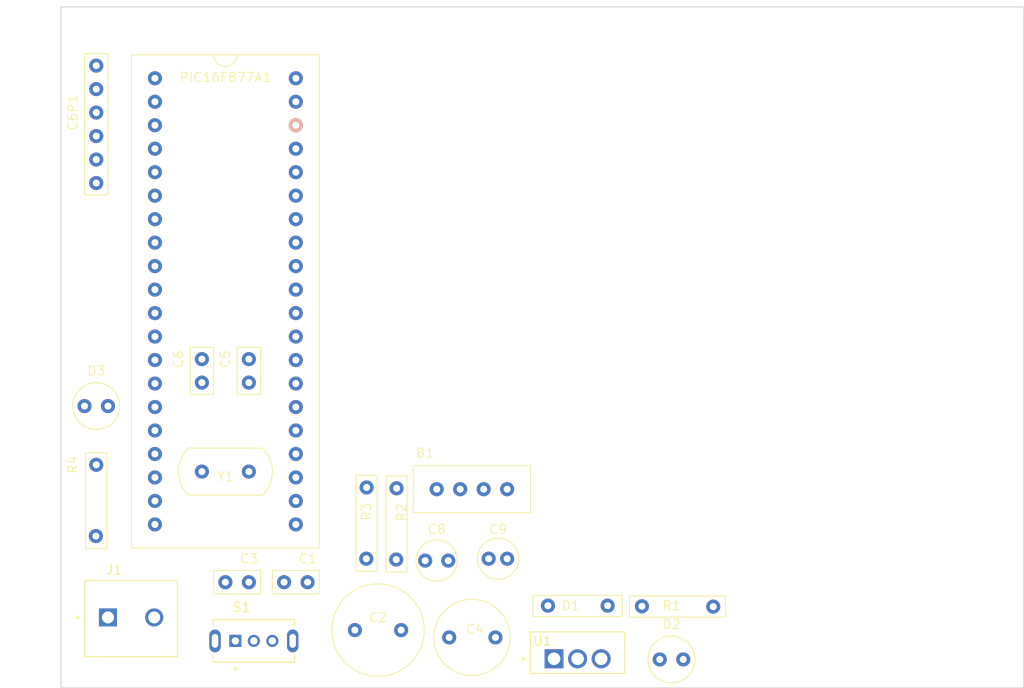
<source format=kicad_pcb>
(kicad_pcb (version 20240108) (generator "pcbnew") (generator_version "8.0")
  (layers (0 "F.Cu" signal) (31 "B.Cu" signal) (34 "B.Paste" user) (35 "F.Paste" user) (36 "B.SilkS" user "B.Silkscreen") (37 "F.SilkS" user "F.Silkscreen") (38 "B.Mask" user) (39 "F.Mask" user) (44 "Edge.Cuts" user))
  (net 0 "")
  (net 1 "GND1")
  (net 2 "Net-(B1-VIN)")
  (net 3 "GND2")
  (net 4 "+5P")
  (net 5 "+5V")
  (net 6 "Net-(D2-A)")
  (net 7 "Net-(J1-Pad2)")
  (net 9 "osc1")
  (net 10 "osc2")
  (net 11 "rst")
  (net 12 " pgd")
  (net 13 "pgc")
  (net 15 "Net-(D3-A)")
  (net 16 "ds_18b20")
  (net 26 "servo")
  (net 28 "scl")
  (net 30 "TEST_PIN")
  (net 33 "sda")
  (net 35 "tx")
  (net 36 "rx")
  (net 39 "relay_2")
  (net 40 "relay_1")
  (net 41 "btn_1")
  (net 42 "btn_2")
  (net 43 "btn_3")
  (net 44 "btn_4")
  (footprint "Library_Thuan_V2:LED_5MM" (layer "F.Cu") (at 80.01 73.66)
    (property "Reference" "D3" (at 0 6.35 0) (layer "F.SilkS") (effects (font (thickness 0.1))))
    (property "Value" "LED-TEST")
    (fp_circle (center 0 10.16) (end 2.54 10.16) (stroke (width 0.1)) (fill none) (layer "F.SilkS"))
    (pad "1" thru_hole circle (at -1.27 10.16) (size 1.524 1.524) (drill 0.762) (layers "*.Cu" "*.Mask") (net 1 "GND1"))
    (pad "2" thru_hole circle (at 1.27 10.16) (size 1.524 1.524) (drill 0.762) (layers "*.Cu" "*.Mask") (net 15 "Net-(D3-A)"))
  )
  (footprint "Library_Thuan_V2:CAP_2.2uF" (layer "F.Cu") (at 116.84 94.286967)
    (property "Reference" "C8" (at 0 2.866068 0) (layer "F.SilkS") (effects (font (thickness 0.1))))
    (property "Value" "2.2uF")
    (fp_circle (center 0 6.236067) (end 2 7.236067) (stroke (width 0.1)) (fill none) (layer "F.SilkS"))
    (pad "1" thru_hole circle (at -1.25 6.25) (size 1.524 1.524) (drill 0.762) (layers "*.Cu" "*.Mask") (net 2 "Net-(B1-VIN)"))
    (pad "2" thru_hole circle (at 1.25 6.25) (size 1.524 1.524) (drill 0.762) (layers "*.Cu" "*.Mask") (net 1 "GND1"))
  )
  (footprint "Library_Thuan_V2:CONNECT_6PIN" (layer "F.Cu") (at 69.85 52.07 90)
    (property "Reference" "C6P1" (at 0 7.62 90) (layer "F.SilkS") (effects (font (thickness 0.1))))
    (property "Value" "~")
    (fp_rect (start -8.89 8.89) (end 6.35 11.43) (stroke (width 0.1)) (fill none) (layer "F.SilkS"))
    (pad "1" thru_hole circle (at -7.62 10.16 90) (size 1.524 1.524) (drill 0.762) (layers "*.Cu" "*.Mask") (net 11 "rst"))
    (pad "2" thru_hole circle (at -5.08 10.16 90) (size 1.524 1.524) (drill 0.762) (layers "*.Cu" "*.Mask") (net 5 "+5V"))
    (pad "3" thru_hole circle (at -2.54 10.16 90) (size 1.524 1.524) (drill 0.762) (layers "*.Cu" "*.Mask") (net 1 "GND1"))
    (pad "4" thru_hole circle (at 0 10.16 90) (size 1.524 1.524) (drill 0.762) (layers "*.Cu" "*.Mask") (net 12 " pgd"))
    (pad "5" thru_hole circle (at 2.54 10.16 90) (size 1.524 1.524) (drill 0.762) (layers "*.Cu" "*.Mask") (net 13 "pgc"))
    (pad "6" thru_hole circle (at 5.08 10.16 90) (size 1.524 1.524) (drill 0.762) (layers "*.Cu" "*.Mask"))
  )
  (footprint "Library_Thuan_V2:crytal_20M" (layer "F.Cu") (at 93.98 84.555)
    (property "Reference" "Y1" (at 0 6.885 0) (layer "F.SilkS") (effects (font (thickness 0.1))))
    (property "Value" "Crystal 20M")
    (fp_line (start 4.027898 3.81) (end -4.027898 3.81) (stroke (width 0.1)) (layer "F.SilkS"))
    (fp_line (start 4.027898 8.89) (end -4.027898 8.89) (stroke (width 0.1)) (layer "F.SilkS"))
    (fp_arc (start -4.027898 8.89) (mid -5.08 6.35) (end -4.027898 3.81) (stroke (width 0.1)) (layer "F.SilkS"))
    (fp_arc (start 4.027898 3.81) (mid 5.08 6.35) (end 4.027898 8.89) (stroke (width 0.1)) (layer "F.SilkS"))
    (pad "1" thru_hole circle (at -2.54 6.35) (size 1.524 1.524) (drill 0.762) (layers "*.Cu" "*.Mask") (net 10 "osc2"))
    (pad "2" thru_hole circle (at 2.54 6.35) (size 1.524 1.524) (drill 0.762) (layers "*.Cu" "*.Mask") (net 9 "osc1"))
  )
  (footprint "Library_Thuan_V2:RES_DEFAULT" (layer "F.Cu") (at 141.5 98.015)
    (property "Reference" "R1" (at 0.74 7.395 0) (layer "F.SilkS") (effects (font (thickness 0.1))))
    (property "Value" "1kohm")
    (fp_rect (start -3.81 6.35) (end 6.56 8.64) (stroke (width 0.1)) (fill none) (layer "F.SilkS"))
    (pad "1" thru_hole circle (at -2.46 7.46) (size 1.524 1.524) (drill 0.762) (layers "*.Cu" "*.Mask") (net 5 "+5V"))
    (pad "2" thru_hole circle (at 5.25 7.5) (size 1.524 1.524) (drill 0.762) (layers "*.Cu" "*.Mask") (net 6 "Net-(D2-A)"))
  )
  (footprint "Library_Thuan_V2:RES_DEFAULT" (layer "F.Cu") (at 72.51 95.42 90)
    (property "Reference" "R4" (at 5.25 4.96 90) (layer "F.SilkS") (effects (font (thickness 0.1))))
    (property "Value" "330")
    (fp_rect (start -3.81 6.35) (end 6.56 8.64) (stroke (width 0.1)) (fill none) (layer "F.SilkS"))
    (pad "1" thru_hole circle (at -2.46 7.46 90) (size 1.524 1.524) (drill 0.762) (layers "*.Cu" "*.Mask") (net 30 "TEST_PIN"))
    (pad "2" thru_hole circle (at 5.25 7.5 90) (size 1.524 1.524) (drill 0.762) (layers "*.Cu" "*.Mask") (net 15 "Net-(D3-A)"))
  )
  (footprint "Library_Thuan_V2:B1205S-1WR3_12_5V" (layer "F.Cu") (at 121.92 85.19)
    (property "Reference" "B1" (at -6.35 3.71 0) (layer "F.SilkS") (effects (font (thickness 0.1))))
    (property "Value" "~")
    (fp_rect (start -7.62 5.08) (end 5.08 10.16) (stroke (width 0.1)) (fill none) (layer "F.SilkS"))
    (pad "1" thru_hole circle (at -5.08 7.62) (size 1.524 1.524) (drill 0.762) (layers "*.Cu" "*.Mask") (net 1 "GND1"))
    (pad "2" thru_hole circle (at -2.54 7.62) (size 1.524 1.524) (drill 0.762) (layers "*.Cu" "*.Mask") (net 2 "Net-(B1-VIN)"))
    (pad "3" thru_hole circle (at 0 7.62) (size 1.524 1.524) (drill 0.762) (layers "*.Cu" "*.Mask") (net 3 "GND2"))
    (pad "4" thru_hole circle (at 2.54 7.62) (size 1.524 1.524) (drill 0.762) (layers "*.Cu" "*.Mask") (net 4 "+5P"))
  )
  (footprint "Library_Thuan_V2:PIC_16F877A" (layer "F.Cu") (at 97.79 43.28)
    (property "Reference" "PIC16F877A1" (at -3.81 4.98 0) (layer "F.SilkS") (effects (font (thickness 0.1))))
    (property "Value" "~")
    (fp_rect (start -13.97 2.54) (end 6.35 55.88) (stroke (width 0.1)) (fill none) (layer "F.SilkS"))
    (fp_arc (start -2.54 2.54) (mid -3.81 3.81) (end -5.08 2.54) (stroke (width 0.1)) (layer "F.SilkS"))
    (pad "1" thru_hole circle (at -11.43 5.08) (size 1.524 1.524) (drill 0.762) (layers "*.Cu" "*.Mask") (net 11 "rst"))
    (pad "2" thru_hole circle (at -11.43 7.62) (size 1.524 1.524) (drill 0.762) (layers "*.Cu" "*.Mask") (net 16 "ds_18b20"))
    (pad "3" thru_hole circle (at -11.43 10.16) (size 1.524 1.524) (drill 0.762) (layers "*.Cu" "*.Mask"))
    (pad "4" thru_hole circle (at -11.43 12.7) (size 1.524 1.524) (drill 0.762) (layers "*.Cu" "*.Mask"))
    (pad "5" thru_hole circle (at -11.43 15.24) (size 1.524 1.524) (drill 0.762) (layers "*.Cu" "*.Mask"))
    (pad "6" thru_hole circle (at -11.43 17.78) (size 1.524 1.524) (drill 0.762) (layers "*.Cu" "*.Mask"))
    (pad "7" thru_hole circle (at -11.43 20.32) (size 1.524 1.524) (drill 0.762) (layers "*.Cu" "*.Mask"))
    (pad "8" thru_hole circle (at -11.43 22.86) (size 1.524 1.524) (drill 0.762) (layers "*.Cu" "*.Mask"))
    (pad "9" thru_hole circle (at -11.43 25.4) (size 1.524 1.524) (drill 0.762) (layers "*.Cu" "*.Mask"))
    (pad "10" thru_hole circle (at -11.43 27.94) (size 1.524 1.524) (drill 0.762) (layers "*.Cu" "*.Mask"))
    (pad "11" thru_hole circle (at -11.43 30.48) (size 1.524 1.524) (drill 0.762) (layers "*.Cu" "*.Mask") (net 5 "+5V"))
    (pad "12" thru_hole circle (at -11.43 33.02) (size 1.524 1.524) (drill 0.762) (layers "*.Cu" "*.Mask") (net 1 "GND1"))
    (pad "13" thru_hole circle (at -11.43 35.56) (size 1.524 1.524) (drill 0.762) (layers "*.Cu" "*.Mask") (net 9 "osc1"))
    (pad "14" thru_hole circle (at -11.43 38.1) (size 1.524 1.524) (drill 0.762) (layers "*.Cu" "*.Mask") (net 10 "osc2"))
    (pad "15" thru_hole circle (at -11.43 40.64) (size 1.524 1.524) (drill 0.762) (layers "*.Cu" "*.Mask"))
    (pad "16" thru_hole circle (at -11.43 43.18) (size 1.524 1.524) (drill 0.762) (layers "*.Cu" "*.Mask") (net 26 "servo"))
    (pad "17" thru_hole circle (at -11.43 45.72) (size 1.524 1.524) (drill 0.762) (layers "*.Cu" "*.Mask"))
    (pad "18" thru_hole circle (at -11.43 48.26) (size 1.524 1.524) (drill 0.762) (layers "*.Cu" "*.Mask") (net 28 "scl"))
    (pad "19" thru_hole circle (at -11.43 50.8) (size 1.524 1.524) (drill 0.762) (layers "*.Cu" "*.Mask"))
    (pad "20" thru_hole circle (at -11.43 53.34) (size 1.524 1.524) (drill 0.762) (layers "*.Cu" "*.Mask") (net 30 "TEST_PIN"))
    (pad "21" thru_hole circle (at 3.81 53.34) (size 1.524 1.524) (drill 0.762) (layers "*.Cu" "*.Mask"))
    (pad "22" thru_hole circle (at 3.81 50.8) (size 1.524 1.524) (drill 0.762) (layers "*.Cu" "*.Mask"))
    (pad "23" thru_hole circle (at 3.81 48.26) (size 1.524 1.524) (drill 0.762) (layers "*.Cu" "*.Mask" "Eco1.User") (net 33 "sda"))
    (pad "24" thru_hole circle (at 3.81 45.72) (size 1.524 1.524) (drill 0.762) (layers "*.Cu" "*.Mask"))
    (pad "25" thru_hole circle (at 3.81 43.18) (size 1.524 1.524) (drill 0.762) (layers "*.Cu" "*.Mask" "Dwgs.User") (net 35 "tx"))
    (pad "26" thru_hole circle (at 3.81 40.64) (size 1.524 1.524) (drill 0.762) (layers "*.Cu" "*.Mask") (net 36 "rx"))
    (pad "27" thru_hole circle (at 3.81 38.1) (size 1.524 1.524) (drill 0.762) (layers "*.Cu" "*.Mask"))
    (pad "28" thru_hole circle (at 3.81 35.56) (size 1.524 1.524) (drill 0.762) (layers "*.Cu" "*.Mask"))
    (pad "29" thru_hole circle (at 3.81 33.02) (size 1.524 1.524) (drill 0.762) (layers "*.Cu" "*.Mask") (net 39 "relay_2"))
    (pad "30" thru_hole circle (at 3.81 30.48) (size 1.524 1.524) (drill 0.762) (layers "*.Cu" "*.Mask") (net 40 "relay_1"))
    (pad "31" thru_hole circle (at 3.81 27.94) (size 1.524 1.524) (drill 0.762) (layers "*.Cu" "*.Mask") (net 1 "GND1"))
    (pad "32" thru_hole circle (at 3.81 25.4) (size 1.524 1.524) (drill 0.762) (layers "*.Cu" "*.Mask") (net 5 "+5V"))
    (pad "33" thru_hole circle (at 3.81 22.86) (size 1.524 1.524) (drill 0.762) (layers "*.Cu" "*.Mask") (net 41 "btn_1"))
    (pad "34" thru_hole circle (at 3.81 20.32) (size 1.524 1.524) (drill 0.762) (layers "*.Cu" "*.Mask") (net 42 "btn_2"))
    (pad "35" thru_hole circle (at 3.81 17.78) (size 1.524 1.524) (drill 0.762) (layers "*.Cu" "*.Mask") (net 43 "btn_3"))
    (pad "36" thru_hole circle (at 3.81 15.24) (size 1.524 1.524) (drill 0.762) (layers "*.Cu" "*.Mask") (net 44 "btn_4"))
    (pad "37" thru_hole circle (at 3.81 12.7) (size 1.524 1.524) (drill 0.762) (layers "*.Cu" "*.Mask"))
    (pad "38" thru_hole circle (at 3.81 10.16) (size 1.524 1.524) (drill 0.762) (layers "*.Cu" "B.SilkS" "B.Mask"))
    (pad "39" thru_hole circle (at 3.81 7.62) (size 1.524 1.524) (drill 0.762) (layers "*.Cu" "*.Mask" "F.Paste") (net 13 "pgc"))
    (pad "40" thru_hole circle (at 3.81 5.08) (size 1.524 1.524) (drill 0.762) (layers "*.Cu" "*.Mask") (net 12 " pgd"))
  )
  (footprint "Library_Thuan_V2:RES_DEFAULT" (layer "F.Cu") (at 105 97.96 90)
    (property "Reference" "R2" (at 2.645 8.03 90) (layer "F.SilkS") (effects (font (thickness 0.1))))
    (property "Value" "4.7k")
    (fp_rect (start -3.81 6.35) (end 6.56 8.64) (stroke (width 0.1)) (fill none) (layer "F.SilkS"))
    (pad "1" thru_hole circle (at -2.46 7.46 90) (size 1.524 1.524) (drill 0.762) (layers "*.Cu" "*.Mask") (net 5 "+5V"))
    (pad "2" thru_hole circle (at 5.25 7.5 90) (size 1.524 1.524) (drill 0.762) (layers "*.Cu" "*.Mask") (net 28 "scl"))
  )
  (footprint "Library_Thuan_V2:SW_SS12D07VG4" (layer "F.Cu") (at 97.06 109.22)
    (property "Reference" "S1" (at -1.325 -3.635 0) (layer "F.SilkS"))
    (property "Value" "SS12D07VG4")
    (fp_line (start -4.4 -2.3) (end -4.4 -1.55) (stroke (width 0.127)) (layer "F.SilkS"))
    (fp_line (start -4.4 2.3) (end -4.4 1.55) (stroke (width 0.127)) (layer "F.SilkS"))
    (fp_line (start -4.4 2.3) (end 4.4 2.3) (stroke (width 0.127)) (layer "F.SilkS"))
    (fp_line (start 4.4 -2.3) (end -4.4 -2.3) (stroke (width 0.127)) (layer "F.SilkS"))
    (fp_line (start 4.4 -2.3) (end 4.4 -1.55) (stroke (width 0.127)) (layer "F.SilkS"))
    (fp_line (start 4.4 2.3) (end 4.4 1.55) (stroke (width 0.127)) (layer "F.SilkS"))
    (fp_circle (center -2 3) (end -1.9 3) (stroke (width 0.2)) (fill none) (layer "F.SilkS"))
    (pad "1" thru_hole rect (at -2 0) (size 1.308 1.308) (drill 0.8) (layers "*.Cu" "*.Mask") (net 7 "Net-(J1-Pad2)"))
    (pad "2" thru_hole circle (at 0 0) (size 1.308 1.308) (drill 0.8) (layers "*.Cu" "*.Mask") (net 7 "Net-(J1-Pad2)"))
    (pad "3" thru_hole circle (at 2 0) (size 1.308 1.308) (drill 0.8) (layers "*.Cu" "*.Mask") (net 2 "Net-(B1-VIN)"))
    (pad "S1" thru_hole oval (at -4.2 0) (size 1.23 2.46) (drill oval 0.7 1.5) (layers "*.Cu" "*.Mask"))
    (pad "S2" thru_hole oval (at 4.2 0) (size 1.23 2.46) (drill oval 0.7 1.5) (layers "*.Cu" "*.Mask"))
  )
  (footprint "Library_Thuan_V2:CAP_104" (layer "F.Cu") (at 96.52 95.25)
    (property "Reference" "C3" (at 0 5.08 0) (layer "F.SilkS") (effects (font (thickness 0.1))))
    (property "Value" "104")
    (fp_rect (start -3.81 6.35) (end 1.27 8.89) (stroke (width 0.1)) (fill none) (layer "F.SilkS"))
    (pad "1" thru_hole circle (at -2.54 7.62) (size 1.524 1.524) (drill 0.762) (layers "*.Cu" "*.Mask") (net 5 "+5V"))
    (pad "2" thru_hole circle (at 0 7.62) (size 1.524 1.524) (drill 0.762) (layers "*.Cu" "*.Mask") (net 1 "GND1"))
  )
  (footprint "Library_Thuan_V2:CAP_1000uF" (layer "F.Cu") (at 110.49 103.05)
    (property "Reference" "C2" (at 0 3.63 0) (layer "F.SilkS") (effects (font (thickness 0.1))))
    (property "Value" "1000uF")
    (fp_circle (center 0 5) (end 5 5) (stroke (width 0.1)) (fill none) (layer "F.SilkS"))
    (pad "1" thru_hole circle (at -2.5 5) (size 1.524 1.524) (drill 0.762) (layers "*.Cu" "*.Mask") (net 2 "Net-(B1-VIN)"))
    (pad "2" thru_hole circle (at 2.5 5) (size 1.524 1.524) (drill 0.762) (layers "*.Cu" "*.Mask") (net 1 "GND1"))
  )
  (footprint "Library_Thuan_V2:CAP_104" (layer "F.Cu") (at 88.9 78.74 90)
    (property "Reference" "C5" (at 0 5.08 90) (layer "F.SilkS") (effects (font (thickness 0.1))))
    (property "Value" "22pF")
    (fp_rect (start -3.81 6.35) (end 1.27 8.89) (stroke (width 0.1)) (fill none) (layer "F.SilkS"))
    (pad "1" thru_hole circle (at -2.54 7.62 90) (size 1.524 1.524) (drill 0.762) (layers "*.Cu" "*.Mask") (net 9 "osc1"))
    (pad "2" thru_hole circle (at 0 7.62 90) (size 1.524 1.524) (drill 0.762) (layers "*.Cu" "*.Mask") (net 1 "GND1"))
  )
  (footprint "Library_Thuan_V2:CAP_104" (layer "F.Cu") (at 83.82 78.74 90)
    (property "Reference" "C6" (at 0 5.08 90) (layer "F.SilkS") (effects (font (thickness 0.1))))
    (property "Value" "22pF")
    (fp_rect (start -3.81 6.35) (end 1.27 8.89) (stroke (width 0.1)) (fill none) (layer "F.SilkS"))
    (pad "1" thru_hole circle (at -2.54 7.62 90) (size 1.524 1.524) (drill 0.762) (layers "*.Cu" "*.Mask") (net 10 "osc2"))
    (pad "2" thru_hole circle (at 0 7.62 90) (size 1.524 1.524) (drill 0.762) (layers "*.Cu" "*.Mask") (net 1 "GND1"))
  )
  (footprint "Library_Thuan_V2:CAP_10uF" (layer "F.Cu") (at 123.485 94.48)
    (property "Reference" "C9" (at 0 2.673034 0) (layer "F.SilkS") (effects (font (thickness 0.1))))
    (property "Value" "10uF")
    (fp_circle (center 0 5.85) (end 2 6.85) (stroke (width 0.1)) (fill none) (layer "F.SilkS"))
    (pad "1" thru_hole circle (at -1.025 5.85) (size 1.524 1.524) (drill 0.762) (layers "*.Cu" "*.Mask") (net 4 "+5P"))
    (pad "2" thru_hole circle (at 0.975 5.85) (size 1.524 1.524) (drill 0.762) (layers "*.Cu" "*.Mask") (net 3 "GND2"))
  )
  (footprint "L7805:TO255P1020X450X2000-3" (layer "F.Cu") (at 132.08 110.49)
    (property "Reference" "U1" (at -3.81 -1.27 0) (layer "F.SilkS"))
    (property "Value" "L7805")
    (fp_line (start -5.1 -2.25) (end 5.1 -2.25) (stroke (width 0.127)) (layer "F.SilkS"))
    (fp_line (start -5.1 2.25) (end -5.1 -2.25) (stroke (width 0.127)) (layer "F.SilkS"))
    (fp_line (start 5.1 -2.25) (end 5.1 2.25) (stroke (width 0.127)) (layer "F.SilkS"))
    (fp_line (start 5.1 2.25) (end -5.1 2.25) (stroke (width 0.127)) (layer "F.SilkS"))
    (fp_circle (center -5.85 0.6625) (end -5.75 0.6625) (stroke (width 0.2)) (fill none) (layer "F.SilkS"))
    (pad "1" thru_hole rect (at -2.55 0.6625) (size 2.055 2.055) (drill 1.37) (layers "*.Cu" "*.Mask") (net 2 "Net-(B1-VIN)"))
    (pad "2" thru_hole circle (at 0 0.6625) (size 2.055 2.055) (drill 1.37) (layers "*.Cu" "*.Mask") (net 1 "GND1"))
    (pad "3" thru_hole circle (at 2.55 0.6625) (size 2.055 2.055) (drill 1.37) (layers "*.Cu" "*.Mask") (net 5 "+5V"))
  )
  (footprint "Library_Thuan_V2:RES_DEFAULT" (layer "F.Cu") (at 101.76 97.87 90)
    (property "Reference" "R3" (at 2.62 7.46 90) (layer "F.SilkS") (effects (font (thickness 0.1))))
    (property "Value" "4.7k")
    (fp_rect (start -3.81 6.35) (end 6.56 8.64) (stroke (width 0.1)) (fill none) (layer "F.SilkS"))
    (pad "1" thru_hole circle (at -2.46 7.46 90) (size 1.524 1.524) (drill 0.762) (layers "*.Cu" "*.Mask") (net 5 "+5V"))
    (pad "2" thru_hole circle (at 5.25 7.5 90) (size 1.524 1.524) (drill 0.762) (layers "*.Cu" "*.Mask") (net 33 "sda"))
  )
  (footprint "Library_Thuan_V2:LED_5MM" (layer "F.Cu") (at 142.24 101.065)
    (property "Reference" "D2" (at 0 6.35 0) (layer "F.SilkS") (effects (font (thickness 0.1))))
    (property "Value" "LED-NGUON")
    (fp_circle (center 0 10.16) (end 2.54 10.16) (stroke (width 0.1)) (fill none) (layer "F.SilkS"))
    (pad "1" thru_hole circle (at -1.27 10.16) (size 1.524 1.524) (drill 0.762) (layers "*.Cu" "*.Mask") (net 1 "GND1"))
    (pad "2" thru_hole circle (at 1.27 10.16) (size 1.524 1.524) (drill 0.762) (layers "*.Cu" "*.Mask") (net 6 "Net-(D2-A)"))
  )
  (footprint "Library_Thuan_V2:PHOENIX_1935161" (layer "F.Cu") (at 78.78 110.93)
    (property "Reference" "J1" (at 3.175 -9.385 0) (layer "F.SilkS"))
    (property "Value" "1935161")
    (fp_line (start 0 -8.25) (end 10 -8.25) (stroke (width 0.127)) (layer "F.SilkS"))
    (fp_line (start 0 0) (end 0 -8.25) (stroke (width 0.127)) (layer "F.SilkS"))
    (fp_line (start 0 0) (end 10 0) (stroke (width 0.127)) (layer "F.SilkS"))
    (fp_line (start 10 0) (end 10 -8.25) (stroke (width 0.127)) (layer "F.SilkS"))
    (fp_circle (center -0.75 -4.25) (end -0.65 -4.25) (stroke (width 0.2)) (fill none) (layer "F.SilkS"))
    (pad "1" thru_hole rect (at 2.5 -4.25) (size 1.95 1.95) (drill 1.3) (layers "*.Cu" "*.Mask") (net 1 "GND1"))
    (pad "2" thru_hole circle (at 7.5 -4.25) (size 1.95 1.95) (drill 1.3) (layers "*.Cu" "*.Mask") (net 7 "Net-(J1-Pad2)"))
  )
  (footprint "Library_Thuan_V2:CAP_470uF" (layer "F.Cu") (at 120.963105 100.590947)
    (property "Reference" "C4" (at 0 7.359053 0) (layer "F.SilkS") (effects (font (thickness 0.1))))
    (property "Value" "470uF")
    (fp_circle (center -0.313105 8.255) (end 3.686895 9.255) (stroke (width 0.1)) (fill none) (layer "F.SilkS"))
    (pad "1" thru_hole circle (at -2.773105 8.255) (size 1.524 1.524) (drill 0.762) (layers "*.Cu" "*.Mask") (net 5 "+5V"))
    (pad "2" thru_hole circle (at 2.226895 8.255) (size 1.524 1.524) (drill 0.762) (layers "*.Cu" "*.Mask") (net 1 "GND1"))
  )
  (footprint "Library_Thuan_V2:1N4007" (layer "F.Cu") (at 131.33 97.95)
    (property "Reference" "D1" (at 0 7.46 0) (layer "F.SilkS") (effects (font (thickness 0.1))))
    (property "Value" "1N4007")
    (fp_rect (start -4.08 6.35) (end 5.58 8.64) (stroke (width 0.1)) (fill none) (layer "F.SilkS"))
    (pad "1" thru_hole circle (at -2.46 7.46) (size 1.524 1.524) (drill 0.762) (layers "*.Cu" "*.Mask") (net 2 "Net-(B1-VIN)"))
    (pad "2" thru_hole circle (at 4 7.46) (size 1.524 1.524) (drill 0.762) (layers "*.Cu" "*.Mask") (net 5 "+5V"))
  )
  (footprint "Library_Thuan_V2:CAP_104" (layer "F.Cu") (at 102.87 95.25)
    (property "Reference" "C1" (at 0 5.08 0) (layer "F.SilkS") (effects (font (thickness 0.1))))
    (property "Value" "104")
    (fp_rect (start -3.81 6.35) (end 1.27 8.89) (stroke (width 0.1)) (fill none) (layer "F.SilkS"))
    (pad "1" thru_hole circle (at -2.54 7.62) (size 1.524 1.524) (drill 0.762) (layers "*.Cu" "*.Mask") (net 2 "Net-(B1-VIN)"))
    (pad "2" thru_hole circle (at 0 7.62) (size 1.524 1.524) (drill 0.762) (layers "*.Cu" "*.Mask") (net 1 "GND1"))
  )
  (gr_rect (start 76.2 40.64) (end 180.34 114.3) (stroke (width 0.1)) (fill none) (layer "Edge.Cuts"))
)
</source>
